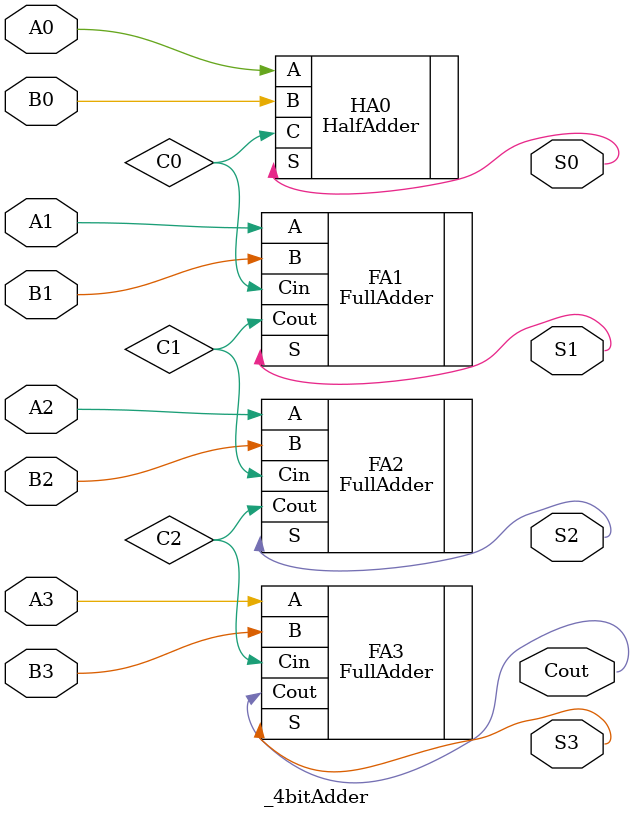
<source format=v>
`timescale 1ns / 1ps


module _4bitAdder(

    input A0,
    input A1,
    input A2,
    input A3,
    input B0,
    input B1,
    input B2,
    input B3,
    output S0,
    output S1,
    output S2,
    output S3,
    output Cout
    );

    wire C0, C1, C2;

    HalfAdder HA0 (
        .A(A0),
        .B(B0),
        .S(S0),
        .C(C0)
    );
    FullAdder FA1 (
        .A(A1),
        .B(B1),
        .Cin(C0),
        .S(S1),
        .Cout(C1)
    );
    FullAdder FA2 (
        .A(A2),
        .B(B2),
        .Cin(C1),
        .S(S2),
        .Cout(C2)
    );
    FullAdder FA3 (
        .A(A3),
        .B(B3),
        .Cin(C2),
        .S(S3),
        .Cout(Cout)
    );

endmodule

</source>
